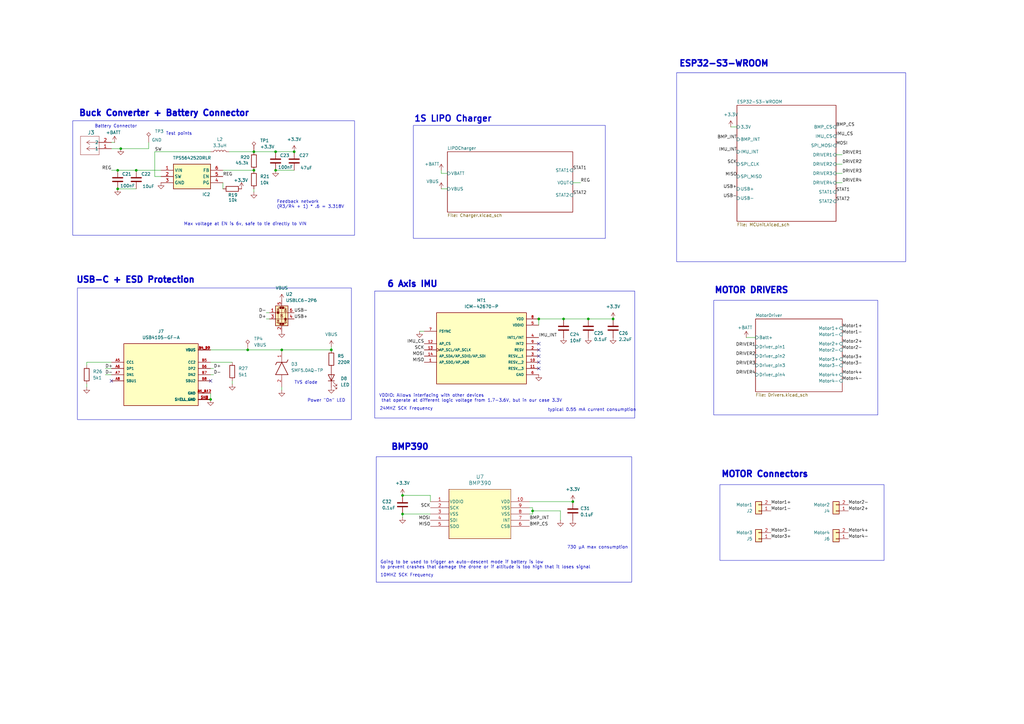
<source format=kicad_sch>
(kicad_sch (version 20250114) (generator "eeschema") (generator_version "9.0")
  (paper "A3")
  (lib_symbols
    (symbol "BMP390_1" (pin_names (offset 0.254))
      (property "Reference" "U" (at 20.32 10.16 0))
      (property "Value" "BMP390" (at 20.32 7.62 0))
      (symbol "BMP390_1_0_1"
        (polyline (pts (xy 7.62 5.08) (xy 7.62 -15.24)) (stroke (width 0.127)))
        (polyline (pts (xy 7.62 -15.24) (xy 33.02 -15.24)) (stroke (width 0.127)))
        (pin power_in line (at 0 0 0) (length 7.62) (name "VDDIO") (number "1"))
        (pin input line (at 0 -2.54 0) (length 7.62) (name "SCK") (number "2"))
        (pin power_out line (at 0 -5.08 0) (length 7.62) (name "VSS") (number "3"))
        (pin bidirectional line (at 0 -7.62 0) (length 7.62) (name "SDI") (number "4"))
        (pin bidirectional line (at 0 -10.16 0) (length 7.62) (name "SDO") (number "5"))
        (pin power_in line (at 40.64 0 180) (length 7.62) (name "VDD") (number "10"))
        (pin power_out line (at 40.64 -2.54 180) (length 7.62) (name "VSS") (number "9"))
        (pin power_out line (at 40.64 -5.08 180) (length 7.62) (name "VSS") (number "8"))
        (pin input line (at 40.64 -7.62 180) (length 7.62) (name "INT") (number "7"))
        (pin input line (at 40.64 -10.16 180) (length 7.62) (name "CSB") (number "6"))
      )
      (symbol "BMP390_1_1_1"
        (rectangle (start 7.62 5.08) (end 33.02 -15.24) (stroke (width 0) (color 132 0 0 1)) (fill (type background)))
      )
    )
    (symbol "Connector:TestPoint_Alt" (pin_numbers (hide yes)) (pin_names (offset 0.762) (hide yes))
      (property "Reference" "TP" (at 0 6.858 0))
      (property "Value" "TestPoint_Alt" (at 0 5.08 0))
      (symbol "TestPoint_Alt_0_1"
        (polyline (pts (xy 0 2.54) (xy -0.762 3.302) (xy 0 4.064) (xy 0.762 3.302) (xy 0 2.54)))
      )
      (symbol "TestPoint_Alt_1_1"
        (pin passive line (at 0 0 90) (length 2.54) (name "1") (number "1"))
      )
    )
    (symbol "Connector_Generic:Conn_01x02" (pin_names (offset 1.016) (hide yes))
      (property "Reference" "J" (at 0 2.54 0))
      (property "Value" "Conn_01x02" (at 0 -5.08 0))
      (symbol "Conn_01x02_1_1"
        (rectangle (start -1.27 1.27) (end 1.27 -3.81) (stroke (width 0.254)) (fill (type background)))
        (rectangle (start -1.27 0.127) (end 0 -0.127) (stroke (width 0.1524)))
        (rectangle (start -1.27 -2.413) (end 0 -2.667) (stroke (width 0.1524)))
        (pin passive line (at -5.08 0 0) (length 3.81) (name "Pin_1") (number "1"))
        (pin passive line (at -5.08 -2.54 0) (length 3.81) (name "Pin_2") (number "2"))
      )
    )
    (symbol "Device:C" (pin_numbers (hide yes)) (pin_names (offset 0.254))
      (property "Reference" "C" (at 0.635 2.54 0))
      (property "Value" "C" (at 0.635 -2.54 0))
      (symbol "C_0_1"
        (polyline (pts (xy -2.032 0.762) (xy 2.032 0.762)) (stroke (width 0.508)))
        (polyline (pts (xy -2.032 -0.762) (xy 2.032 -0.762)) (stroke (width 0.508)))
      )
      (symbol "C_1_1"
        (pin passive line (at 0 3.81 270) (length 2.794) (name "~") (number "1"))
        (pin passive line (at 0 -3.81 90) (length 2.794) (name "~") (number "2"))
      )
    )
    (symbol "Device:L" (pin_numbers (hide yes)) (pin_names (offset 1.016) (hide yes))
      (property "Reference" "L" (at -1.27 0 90))
      (property "Value" "L" (at 1.905 0 90))
      (symbol "L_0_1"
        (arc (start 0 2.54) (mid 0.6323 1.905) (end 0 1.27))
        (arc (start 0 1.27) (mid 0.6323 0.635) (end 0 0))
        (arc (start 0 0) (mid 0.6323 -0.635) (end 0 -1.27))
        (arc (start 0 -1.27) (mid 0.6323 -1.905) (end 0 -2.54))
      )
      (symbol "L_1_1"
        (pin passive line (at 0 3.81 270) (length 1.27) (name "1") (number "1"))
        (pin passive line (at 0 -3.81 90) (length 1.27) (name "2") (number "2"))
      )
    )
    (symbol "Device:LED" (pin_numbers (hide yes)) (pin_names (offset 1.016) (hide yes))
      (property "Reference" "D" (at 0 2.54 0))
      (property "Value" "LED" (at 0 -2.54 0))
      (symbol "LED_0_1"
        (polyline (pts (xy -3.048 -0.762) (xy -4.572 -2.286) (xy -3.81 -2.286) (xy -4.572 -2.286) (xy -4.572 -1.524)))
        (polyline (pts (xy -1.778 -0.762) (xy -3.302 -2.286) (xy -2.54 -2.286) (xy -3.302 -2.286) (xy -3.302 -1.524)))
        (polyline (pts (xy -1.27 0) (xy 1.27 0)))
        (polyline (pts (xy -1.27 -1.27) (xy -1.27 1.27)) (stroke (width 0.254)))
        (polyline (pts (xy 1.27 -1.27) (xy 1.27 1.27) (xy -1.27 0) (xy 1.27 -1.27)) (stroke (width 0.254)))
      )
      (symbol "LED_1_1"
        (pin passive line (at -3.81 0 0) (length 2.54) (name "K") (number "1"))
        (pin passive line (at 3.81 0 180) (length 2.54) (name "A") (number "2"))
      )
    )
    (symbol "Device:R" (pin_numbers (hide yes)) (pin_names (offset 0))
      (property "Reference" "R" (at 2.032 0 90))
      (property "Value" "R" (at 0 0 90))
      (symbol "R_0_1"
        (rectangle (start -1.016 -2.54) (end 1.016 2.54) (stroke (width 0.254)))
      )
      (symbol "R_1_1"
        (pin passive line (at 0 3.81 270) (length 1.27) (name "~") (number "1"))
        (pin passive line (at 0 -3.81 90) (length 1.27) (name "~") (number "2"))
      )
    )
    (symbol "ICM-42670-P_1" (pin_names (offset 1.016))
      (property "Reference" "MT" (at -20.32 13.97 0))
      (property "Value" "ICM-42670-P" (at -20.32 -22.86 0))
      (symbol "ICM-42670-P_1_0_0"
        (rectangle (start -20.32 12.7) (end 16.51 -16.51) (stroke (width 0.254)) (fill (type background)))
        (pin input line (at -25.4 5.08 0) (length 5.08) (name "FSYNC") (number "7"))
        (pin input line (at -25.4 0 0) (length 5.08) (name "AP_CS") (number "12"))
        (pin input clock (at -25.4 -2.54 0) (length 5.08) (name "AP_SCL/AP_SCLK") (number "13"))
        (pin bidirectional line (at -25.4 -5.08 0) (length 5.08) (name "AP_SDA/AP_SDIO/AP_SDI") (number "14"))
        (pin bidirectional line (at -25.4 -7.62 0) (length 5.08) (name "AP_SDO/AP_AD0") (number "1"))
        (pin power_in line (at 21.59 10.16 180) (length 5.08) (name "VDD") (number "8"))
        (pin power_in line (at 21.59 7.62 180) (length 5.08) (name "VDDIO") (number "5"))
        (pin output line (at 21.59 2.54 180) (length 5.08) (name "INT1/INT") (number "4"))
        (pin output line (at 21.59 0 180) (length 5.08) (name "INT2") (number "9"))
        (pin passive line (at 21.59 -2.54 180) (length 5.08) (name "RESV") (number "2"))
        (pin passive line (at 21.59 -5.08 180) (length 5.08) (name "RESV__1") (number "3"))
        (pin passive line (at 21.59 -7.62 180) (length 5.08) (name "RESV__2") (number "10"))
        (pin passive line (at 21.59 -10.16 180) (length 5.08) (name "RESV__3") (number "11"))
        (pin power_in line (at 21.59 -12.7 180) (length 5.08) (name "GND") (number "6"))
      )
    )
    (symbol "Power_Protection:USBLC6-2P6" (pin_names (hide yes))
      (property "Reference" "U" (at 0.635 5.715 0))
      (property "Value" "USBLC6-2P6" (at 0.635 3.81 0))
      (symbol "USBLC6-2P6_0_0"
        (circle (center -1.524 0) (radius 0.0001) (stroke (width 0.508)))
        (circle (center -0.508 2.032) (radius 0.0001) (stroke (width 0.508)))
        (circle (center -0.508 -4.572) (radius 0.0001) (stroke (width 0.508)))
        (circle (center 0.508 2.032) (radius 0.0001) (stroke (width 0.508)))
        (circle (center 0.508 -4.572) (radius 0.0001) (stroke (width 0.508)))
        (circle (center 1.524 -2.54) (radius 0.0001) (stroke (width 0.508)))
      )
      (symbol "USBLC6-2P6_0_1"
        (polyline (pts (xy -2.54 0) (xy 2.54 0)))
        (polyline (pts (xy -2.54 -2.54) (xy 2.54 -2.54)))
        (polyline (pts (xy -2.032 0.508) (xy -1.016 0.508) (xy -1.524 1.524) (xy -2.032 0.508)))
        (polyline (pts (xy -2.032 -3.048) (xy -1.016 -3.048)))
        (polyline (pts (xy -1.016 1.524) (xy -2.032 1.524)))
        (polyline (pts (xy -1.016 -4.064) (xy -2.032 -4.064) (xy -1.524 -3.048) (xy -1.016 -4.064)))
        (polyline (pts (xy -0.508 -1.143) (xy -0.508 -0.762) (xy 0.508 -0.762)))
        (polyline (pts (xy 0 2.54) (xy -0.508 2.032) (xy 0.508 2.032) (xy 0 1.524) (xy 0 -4.064) (xy -0.508 -4.572) (xy 0.508 -4.572) (xy 0 -5.08)))
        (polyline (pts (xy 0.508 -1.778) (xy -0.508 -1.778) (xy 0 -0.762) (xy 0.508 -1.778)))
        (polyline (pts (xy 1.016 1.524) (xy 2.032 1.524)))
        (polyline (pts (xy 1.016 -3.048) (xy 2.032 -3.048)))
        (polyline (pts (xy 2.032 0.508) (xy 1.016 0.508) (xy 1.524 1.524) (xy 2.032 0.508)))
        (polyline (pts (xy 2.032 -4.064) (xy 1.016 -4.064) (xy 1.524 -3.048) (xy 2.032 -4.064)))
      )
      (symbol "USBLC6-2P6_1_1"
        (rectangle (start -2.54 2.794) (end 2.54 -5.334) (stroke (width 0.254)) (fill (type background)))
        (polyline (pts (xy -0.508 2.032) (xy -1.524 2.032) (xy -1.524 -4.572) (xy -0.508 -4.572)))
        (polyline (pts (xy 0.508 -4.572) (xy 1.524 -4.572) (xy 1.524 2.032) (xy 0.508 2.032)))
        (pin passive line (at -5.08 0 0) (length 2.54) (name "I/O1") (number "1"))
        (pin passive line (at -5.08 -2.54 0) (length 2.54) (name "I/O2") (number "3"))
        (pin passive line (at 0 5.08 270) (length 2.54) (name "VBUS") (number "5"))
        (pin passive line (at 0 -7.62 90) (length 2.54) (name "GND") (number "2"))
        (pin passive line (at 5.08 0 180) (length 2.54) (name "I/O1") (number "6"))
        (pin passive line (at 5.08 -2.54 180) (length 2.54) (name "I/O2") (number "4"))
      )
    )
    (symbol "SMF5_0AQ-TP:SMF5.0AQ-TP" (pin_names (hide yes))
      (property "Reference" "D" (at 10.16 8.89 0))
      (property "Value" "SMF5.0AQ-TP" (at 10.16 6.35 0))
      (symbol "SMF5.0AQ-TP_1_1"
        (polyline (pts (xy 4.064 2.54) (xy 5.08 2.032)) (stroke (width 0.254)))
        (polyline (pts (xy 5.08 0) (xy 10.16 2.54)) (stroke (width 0.254)))
        (polyline (pts (xy 5.08 -2.032) (xy 5.08 2.032)) (stroke (width 0.254)))
        (polyline (pts (xy 5.08 -2.032) (xy 6.096 -2.54)) (stroke (width 0.254)))
        (polyline (pts (xy 10.16 -2.54) (xy 5.08 0)) (stroke (width 0.254)))
        (polyline (pts (xy 10.16 -2.54) (xy 10.16 2.54)) (stroke (width 0.254)))
        (pin passive line (at 0 0 0) (length 5.08) (name "K") (number "1"))
        (pin passive line (at 15.24 0 180) (length 5.08) (name "A") (number "2"))
      )
    )
    (symbol "TPS564252DRLR:TPS564252DRLR"
      (property "Reference" "IC" (at 21.59 7.62 0))
      (property "Value" "TPS564252DRLR" (at 21.59 5.08 0))
      (symbol "TPS564252DRLR_1_1"
        (rectangle (start 5.08 2.54) (end 20.32 -7.62) (stroke (width 0.254)) (fill (type background)))
        (pin passive line (at 0 0 0) (length 5.08) (name "VIN") (number "1"))
        (pin passive line (at 0 -2.54 0) (length 5.08) (name "SW") (number "2"))
        (pin passive line (at 0 -5.08 0) (length 5.08) (name "GND") (number "3"))
        (pin passive line (at 25.4 0 180) (length 5.08) (name "FB") (number "6"))
        (pin passive line (at 25.4 -2.54 180) (length 5.08) (name "EN") (number "5"))
        (pin passive line (at 25.4 -5.08 180) (length 5.08) (name "PG") (number "4"))
      )
    )
    (symbol "USB4105-GF-A:USB4105-GF-A" (pin_names (offset 1.016))
      (property "Reference" "J" (at -15.24 13.97 0))
      (property "Value" "USB4105-GF-A" (at -15.24 -15.24 0))
      (symbol "USB4105-GF-A_0_0"
        (rectangle (start -15.24 -12.7) (end 15.24 12.7) (stroke (width 0.254)) (fill (type background)))
        (pin bidirectional line (at -20.32 5.08 0) (length 5.08) (name "CC1") (number "A5"))
        (pin bidirectional line (at -20.32 2.54 0) (length 5.08) (name "DP1") (number "A6"))
        (pin bidirectional line (at -20.32 0 0) (length 5.08) (name "DN1") (number "A7"))
        (pin bidirectional line (at -20.32 -2.54 0) (length 5.08) (name "SBU1") (number "A8"))
        (pin power_in line (at 20.32 10.16 180) (length 5.08) (name "VBUS") (number "A4_B9"))
        (pin power_in line (at 20.32 10.16 180) (length 5.08) (name "VBUS") (number "B4_A9"))
        (pin bidirectional line (at 20.32 5.08 180) (length 5.08) (name "CC2") (number "B5"))
        (pin bidirectional line (at 20.32 2.54 180) (length 5.08) (name "DP2") (number "B6"))
        (pin bidirectional line (at 20.32 0 180) (length 5.08) (name "DN2") (number "B7"))
        (pin bidirectional line (at 20.32 -2.54 180) (length 5.08) (name "SBU2") (number "B8"))
        (pin power_in line (at 20.32 -7.62 180) (length 5.08) (name "GND") (number "A1_B12"))
        (pin power_in line (at 20.32 -7.62 180) (length 5.08) (name "GND") (number "B1_A12"))
        (pin power_in line (at 20.32 -10.16 180) (length 5.08) (name "SHELL_GND") (number "SH1"))
        (pin power_in line (at 20.32 -10.16 180) (length 5.08) (name "SHELL_GND") (number "SH2"))
        (pin power_in line (at 20.32 -10.16 180) (length 5.08) (name "SHELL_GND") (number "SH3"))
        (pin power_in line (at 20.32 -10.16 180) (length 5.08) (name "SHELL_GND") (number "SH4"))
      )
    )
    (symbol "battCOnnector:S2B-PH-K-SLFSN" (pin_names (offset 0.254))
      (property "Reference" "J" (at 8.89 6.35 0))
      (property "Value" "S2B-PH-K-SLFSN" (at 0 0 0))
      (symbol "S2B-PH-K-SLFSN_1_1"
        (polyline (pts (xy 5.08 2.54) (xy 5.08 -5.08)) (stroke (width 0.127)))
        (polyline (pts (xy 5.08 -5.08) (xy 12.7 -5.08)) (stroke (width 0.127)))
        (polyline (pts (xy 10.16 0) (xy 5.08 0)) (stroke (width 0.127)))
        (polyline (pts (xy 10.16 0) (xy 8.89 0.8467)) (stroke (width 0.127)))
        (polyline (pts (xy 10.16 0) (xy 8.89 -0.8467)) (stroke (width 0.127)))
        (polyline (pts (xy 10.16 -2.54) (xy 5.08 -2.54)) (stroke (width 0.127)))
        (polyline (pts (xy 10.16 -2.54) (xy 8.89 -1.6933)) (stroke (width 0.127)))
        (polyline (pts (xy 10.16 -2.54) (xy 8.89 -3.3867)) (stroke (width 0.127)))
        (polyline (pts (xy 12.7 2.54) (xy 5.08 2.54)) (stroke (width 0.127)))
        (polyline (pts (xy 12.7 -5.08) (xy 12.7 2.54)) (stroke (width 0.127)))
        (pin unspecified line (at 0 0 0) (length 5.08) (name "1") (number "1"))
        (pin unspecified line (at 0 -2.54 0) (length 5.08) (name "2") (number "2"))
      )
      (symbol "S2B-PH-K-SLFSN_1_2"
        (polyline (pts (xy 5.08 2.54) (xy 5.08 -5.08)) (stroke (width 0.127)))
        (polyline (pts (xy 5.08 -5.08) (xy 12.7 -5.08)) (stroke (width 0.127)))
        (polyline (pts (xy 7.62 0) (xy 5.08 0)) (stroke (width 0.127)))
        (polyline (pts (xy 7.62 0) (xy 8.89 0.8467)) (stroke (width 0.127)))
        (polyline (pts (xy 7.62 0) (xy 8.89 -0.8467)) (stroke (width 0.127)))
        (polyline (pts (xy 7.62 -2.54) (xy 5.08 -2.54)) (stroke (width 0.127)))
        (polyline (pts (xy 7.62 -2.54) (xy 8.89 -1.6933)) (stroke (width 0.127)))
        (polyline (pts (xy 7.62 -2.54) (xy 8.89 -3.3867)) (stroke (width 0.127)))
        (polyline (pts (xy 12.7 2.54) (xy 5.08 2.54)) (stroke (width 0.127)))
        (polyline (pts (xy 12.7 -5.08) (xy 12.7 2.54)) (stroke (width 0.127)))
        (pin unspecified line (at 0 0 0) (length 5.08) (name "1") (number "1"))
        (pin unspecified line (at 0 -2.54 0) (length 5.08) (name "2") (number "2"))
      )
    )
    (symbol "power:+3.3V" (power) (pin_numbers (hide yes)) (pin_names (offset 0) (hide yes))
      (property "Value" "+3.3V" (at 0 3.556 0))
      (symbol "+3.3V_0_1"
        (polyline (pts (xy -0.762 1.27) (xy 0 2.54)))
        (polyline (pts (xy 0 2.54) (xy 0.762 1.27)))
        (polyline (pts (xy 0 0) (xy 0 2.54)))
      )
      (symbol "+3.3V_1_1"
        (pin power_in line (at 0 0 90) (length 0) (name "~") (number "1"))
      )
    )
    (symbol "power:+BATT" (power) (pin_numbers (hide yes)) (pin_names (offset 0) (hide yes))
      (property "Value" "+BATT" (at 0 3.556 0))
      (symbol "+BATT_0_1"
        (polyline (pts (xy -0.762 1.27) (xy 0 2.54)))
        (polyline (pts (xy 0 2.54) (xy 0.762 1.27)))
        (polyline (pts (xy 0 0) (xy 0 2.54)))
      )
      (symbol "+BATT_1_1"
        (pin power_in line (at 0 0 90) (length 0) (name "~") (number "1"))
      )
    )
    (symbol "power:GND" (power) (pin_numbers (hide yes)) (pin_names (offset 0) (hide yes))
      (property "Value" "GND" (at 0 -3.81 0))
      (symbol "GND_0_1"
        (polyline (pts (xy 0 0) (xy 0 -1.27) (xy 1.27 -1.27) (xy 0 -2.54) (xy -1.27 -1.27) (xy 0 -1.27)))
      )
      (symbol "GND_1_1"
        (pin power_in line (at 0 0 270) (length 0) (name "~") (number "1"))
      )
    )
    (symbol "power:VBUS" (power) (pin_numbers (hide yes)) (pin_names (offset 0) (hide yes))
      (property "Value" "VBUS" (at 0 3.556 0))
      (symbol "VBUS_0_1"
        (polyline (pts (xy -0.762 1.27) (xy 0 2.54)))
        (polyline (pts (xy 0 2.54) (xy 0.762 1.27)))
        (polyline (pts (xy 0 0) (xy 0 2.54)))
      )
      (symbol "VBUS_1_1"
        (pin power_in line (at 0 0 90) (length 0) (name "~") (number "1"))
      )
    )
  )
  (rectangle (start 169.545 51.435) (end 248.285 97.79))
  (rectangle (start 295.275 198.755) (end 362.585 229.87))
  (rectangle (start 29.845 49.53) (end 145.415 96.52))
  (rectangle (start 277.495 29.845) (end 371.475 107.315))
  (rectangle (start 292.735 123.19) (end 360.045 170.18))
  (rectangle (start 31.75 118.11) (end 144.145 172.085))
  (rectangle (start 153.67 119.38) (end 260.35 171.45))
  (rectangle (start 154.305 187.325) (end 259.08 238.76))
  (text "VDDIO: Allows interfacing with other devices\n that operate at different logic voltage from 1.7-3.6V, but in our case 3.3V\n" (at 155.448 163.322 0) (effects (font (size 1.27 1.27)) (justify left)))
  (text "Going to be used to trigger an auto-descent mode if battery is low\nto prevent crashes that damage the drone or if altitude is too high that it loses signal" (at 155.956 231.648 0) (effects (font (size 1.27 1.27)) (justify left)))
  (text "Power \"On\" LED\n" (at 133.858 164.338 0) (effects (font (size 1.27 1.27))))
  (text "MOTOR DRIVERS\n" (at 308.229 119.126 0) (effects (font (size 2.5 2.5) (thickness 0.6) (bold yes))))
  (text "6 Axis IMU" (at 169.164 116.586 0) (effects (font (size 2.5 2.5) (thickness 0.6) (bold yes))))
  (text "BMP390\n" (at 168.148 183.388 0) (effects (font (size 2.5 2.5) (thickness 0.6) (bold yes))))
  (text "Buck Converter + Battery Connector\n" (at 67.31 46.482 0) (effects (font (size 2.5 2.5) (thickness 0.6) (bold yes))))
  (text "Battery Connector\n" (at 47.498 51.816 0) (effects (font (size 1.27 1.27))))
  (text "Test points\n" (at 73.406 54.864 0) (effects (font (size 1.27 1.27))))
  (text "TVS diode\n" (at 125.476 156.972 0) (effects (font (size 1.27 1.27))))
  (text "USB-C + ESD Protection\n\n\n" (at 55.626 118.872 0) (effects (font (size 2.5 2.5) (thickness 0.6) (bold yes))))
  (text "typical 0.55 mA current consumption\n" (at 242.824 168.148 0) (effects (font (size 1.27 1.27))))
  (text "MOTOR Connectors\n" (at 313.69 194.564 0) (effects (font (size 2.5 2.5) (thickness 0.6) (bold yes))))
  (text "730 µA max consumption" (at 245.11 224.536 0) (effects (font (size 1.27 1.27))))
  (text "1S LIPO Charger\n" (at 185.801 48.768 0) (effects (font (size 2.5 2.5) (thickness 0.5) (bold yes))))
  (text "ESP32-S3-WROOM\n" (at 296.926 26.162 0) (effects (font (size 2.5 2.5) (thickness 0.6) (bold yes))))
  (text "24MHZ SCK Frequency \n" (at 167.132 167.64 0) (effects (font (size 1.27 1.27))))
  (text "10MHZ SCK Frequency \n" (at 167.386 235.966 0) (effects (font (size 1.27 1.27))))
  (text "Feedback network \n(R3/R4 + 1) * .6 = 3.318V " (at 113.538 83.82 0) (effects (font (size 1.27 1.27)) (justify left)))
  (text "Max voltage at EN is 6v, safe to tie directly to VIN\n" (at 100.584 91.948 0) (effects (font (size 1.27 1.27))))
  (junction (at 135.89 143.51))
  (junction (at 218.44 209.55))
  (junction (at 251.46 130.81))
  (junction (at 220.98 130.81))
  (junction (at 231.14 130.81))
  (junction (at 48.26 69.85))
  (junction (at 115.57 143.51))
  (junction (at 234.95 205.74))
  (junction (at 49.53 60.96))
  (junction (at 120.65 62.23))
  (junction (at 48.26 77.47))
  (junction (at 101.6 143.51))
  (junction (at 104.14 62.23))
  (junction (at 241.3 130.81))
  (junction (at 113.03 62.23))
  (junction (at 165.1 203.2))
  (junction (at 55.88 69.85))
  (junction (at 165.1 210.82))
  (junction (at 86.36 163.83))
  (junction (at 113.03 69.85))
  (junction (at 104.14 69.85))
  (no_connect (at 220.98 143.51))
  (no_connect (at 86.36 156.21))
  (no_connect (at 45.72 156.21))
  (no_connect (at 220.98 151.13))
  (no_connect (at 220.98 140.97))
  (no_connect (at 220.98 146.05))
  (no_connect (at 220.98 148.59))
  (wire (pts (xy 93.98 62.23) (xy 104.14 62.23)))
  (wire (pts (xy 115.57 158.75) (xy 115.57 160.02)))
  (wire (pts (xy 220.98 130.81) (xy 220.98 133.35)))
  (wire (pts (xy 66.04 72.39) (xy 63.5 72.39)))
  (wire (pts (xy 218.44 209.55) (xy 218.44 210.82)))
  (wire (pts (xy 172.085 135.89) (xy 173.99 135.89)))
  (wire (pts (xy 45.72 69.85) (xy 48.26 69.85)))
  (wire (pts (xy 299.72 52.07) (xy 302.26 52.07)))
  (wire (pts (xy 91.44 77.47) (xy 91.44 74.93)))
  (wire (pts (xy 229.87 213.36) (xy 229.87 209.55)))
  (wire (pts (xy 218.44 209.55) (xy 229.87 209.55)))
  (wire (pts (xy 35.56 148.59) (xy 45.72 148.59)))
  (wire (pts (xy 231.14 130.81) (xy 241.3 130.81)))
  (wire (pts (xy 241.3 130.81) (xy 251.46 130.81)))
  (wire (pts (xy 165.1 210.82) (xy 165.1 212.09)))
  (wire (pts (xy 180.975 77.47) (xy 183.515 77.47)))
  (wire (pts (xy 104.14 62.23) (xy 113.03 62.23)))
  (wire (pts (xy 46.99 58.42) (xy 45.72 58.42)))
  (wire (pts (xy 63.5 62.23) (xy 86.36 62.23)))
  (wire (pts (xy 55.88 69.85) (xy 66.04 69.85)))
  (wire (pts (xy 113.03 62.23) (xy 120.65 62.23)))
  (wire (pts (xy 165.1 203.2) (xy 176.53 203.2)))
  (wire (pts (xy 63.5 72.39) (xy 63.5 62.23)))
  (wire (pts (xy 86.36 148.59) (xy 95.25 148.59)))
  (wire (pts (xy 306.07 138.43) (xy 309.88 138.43)))
  (wire (pts (xy 101.6 143.51) (xy 115.57 143.51)))
  (wire (pts (xy 345.44 74.93) (xy 342.9 74.93)))
  (wire (pts (xy 87.63 153.67) (xy 86.36 153.67)))
  (wire (pts (xy 43.18 151.13) (xy 45.72 151.13)))
  (wire (pts (xy 109.22 130.81) (xy 110.49 130.81)))
  (wire (pts (xy 180.975 71.12) (xy 183.515 71.12)))
  (wire (pts (xy 345.44 67.31) (xy 342.9 67.31)))
  (wire (pts (xy 135.89 142.24) (xy 135.89 143.51)))
  (wire (pts (xy 176.53 203.2) (xy 176.53 205.74)))
  (wire (pts (xy 217.17 210.82) (xy 218.44 210.82)))
  (wire (pts (xy 86.36 161.29) (xy 86.36 163.83)))
  (wire (pts (xy 86.36 143.51) (xy 101.6 143.51)))
  (wire (pts (xy 43.18 153.67) (xy 45.72 153.67)))
  (wire (pts (xy 217.17 208.28) (xy 218.44 208.28)))
  (wire (pts (xy 35.56 157.48) (xy 35.56 158.75)))
  (wire (pts (xy 48.26 69.85) (xy 55.88 69.85)))
  (wire (pts (xy 48.26 77.47) (xy 55.88 77.47)))
  (wire (pts (xy 345.44 71.12) (xy 342.9 71.12)))
  (wire (pts (xy 109.22 128.27) (xy 110.49 128.27)))
  (wire (pts (xy 218.44 208.28) (xy 218.44 209.55)))
  (wire (pts (xy 180.975 69.85) (xy 180.975 71.12)))
  (wire (pts (xy 234.95 74.93) (xy 238.125 74.93)))
  (wire (pts (xy 217.17 205.74) (xy 234.95 205.74)))
  (wire (pts (xy 91.44 69.85) (xy 104.14 69.85)))
  (wire (pts (xy 104.14 77.47) (xy 104.14 78.74)))
  (wire (pts (xy 115.57 143.51) (xy 135.89 143.51)))
  (wire (pts (xy 220.98 130.81) (xy 231.14 130.81)))
  (wire (pts (xy 60.96 58.42) (xy 60.96 60.96)))
  (wire (pts (xy 113.03 69.85) (xy 120.65 69.85)))
  (wire (pts (xy 49.53 60.96) (xy 45.72 60.96)))
  (wire (pts (xy 35.56 149.86) (xy 35.56 148.59)))
  (wire (pts (xy 60.96 60.96) (xy 49.53 60.96)))
  (wire (pts (xy 95.25 156.21) (xy 95.25 157.48)))
  (wire (pts (xy 87.63 151.13) (xy 86.36 151.13)))
  (wire (pts (xy 165.1 210.82) (xy 176.53 210.82)))
  (wire (pts (xy 345.44 63.5) (xy 342.9 63.5)))
  (label "Motor4-" (at 347.98 220.98 0))
  (label "DRIVER1" (at 345.44 63.5 0))
  (label "D-" (at 87.63 153.67 0))
  (label "Motor1+" (at 316.23 207.01 0))
  (label "Motor1-" (at 345.44 137.16 0))
  (label "DRIVER2" (at 309.88 146.05 180))
  (label "DRIVER3" (at 345.44 71.12 0))
  (label "IMU_CS" (at 342.9 55.88 0))
  (label "STAT2" (at 342.9 82.55 0))
  (label "Motor3-" (at 316.23 218.44 0))
  (label "DRIVER3" (at 309.88 149.86 180))
  (label "Motor2+" (at 347.98 209.55 0))
  (label "Motor4+" (at 347.98 218.44 0))
  (label "USB-" (at 120.65 128.27 0))
  (label "MISO" (at 302.26 72.39 180))
  (label "Motor2-" (at 345.44 143.51 0))
  (label "STAT1" (at 234.95 69.85 0))
  (label "SCK" (at 176.53 208.28 180))
  (label "REG" (at 91.44 72.39 0))
  (label "DRIVER4" (at 309.88 153.67 180))
  (label "SCK" (at 302.26 67.31 180))
  (label "MOSI" (at 342.9 59.69 0))
  (label "MOSI" (at 176.53 213.36 180))
  (label "DRIVER1" (at 309.88 142.24 180))
  (label "USB+" (at 302.26 77.47 180))
  (label "SCK" (at 173.99 143.51 180))
  (label "Motor3+" (at 316.23 220.98 0))
  (label "DRIVER2" (at 345.44 67.31 0))
  (label "D+" (at 87.63 151.13 0))
  (label "D-" (at 109.22 128.27 180))
  (label "Motor3-" (at 345.44 149.86 0))
  (label "Motor2-" (at 347.98 207.01 0))
  (label "USB+" (at 120.65 130.81 0))
  (label "REG" (at 45.72 69.85 180))
  (label "Motor2+" (at 345.44 140.97 0))
  (label "Motor1-" (at 316.23 209.55 0))
  (label "MOSI" (at 173.99 146.05 180))
  (label "Motor1+" (at 345.44 134.62 0))
  (label "IMU_INT" (at 220.98 138.43 0))
  (label "REG" (at 238.125 74.93 0))
  (label "BMP_CS" (at 217.17 215.9 0))
  (label "BMP_INT" (at 217.17 213.36 0))
  (label "STAT1" (at 342.9 78.74 0))
  (label "MISO" (at 173.99 148.59 180))
  (label "BMP_INT" (at 302.26 57.15 180))
  (label "BMP_CS" (at 342.9 52.07 0))
  (label "Motor3+" (at 345.44 147.32 0))
  (label "Motor4-" (at 345.44 156.21 0))
  (label "D-" (at 43.18 153.67 0))
  (label "DRIVER4" (at 345.44 74.93 0))
  (label "D+" (at 43.18 151.13 0))
  (label "MISO" (at 176.53 215.9 180))
  (label "IMU_INT" (at 302.26 62.23 180))
  (label "D+" (at 109.22 130.81 180))
  (label "Motor4+" (at 345.44 153.67 0))
  (label "USB-" (at 302.26 81.28 180))
  (label "SW" (at 63.5 62.23 0))
  (label "STAT2" (at 234.95 80.01 0))
  (label "IMU_CS" (at 173.99 140.97 180))
  (symbol (lib_id "Device:C") (at 241.3 134.62 0) (unit 1)
    (property "Reference" "C25" (at 243.586 136.652 0) (effects (justify left)))
    (property "Value" "0.1uF" (at 243.586 139.192 0) (effects (justify left)))
    (property "Footprint" "Capacitor_SMD:C_0201_0603Metric" (effects (hide yes)))
    (property "Description" "Unpolarized capacitor" (effects (hide yes)))
  )
  (symbol (lib_id "Device:C") (at 113.03 66.04 0) (unit 1)
    (property "Reference" "C23" (at 114.808 63.754 0) (effects (justify left)))
    (property "Value" "100nF" (at 114.046 68.58 0) (effects (justify left)))
    (property "Footprint" "Capacitor_SMD:C_0201_0603Metric" (effects (hide yes)))
    (property "Description" "Unpolarized capacitor" (effects (hide yes)))
  )
  (symbol (lib_id "power:GND") (at 220.98 153.67 0) (unit 1)
    (property "Reference" "#PWR046" (effects (hide yes)))
    (property "Value" "GND" (effects (hide yes)))
    (property "Description" "Power symbol creates a global label with name \"GND\" , ground" (effects (hide yes)))
  )
  (symbol (lib_id "Device:C") (at 48.26 73.66 0) (unit 1)
    (property "Reference" "C21" (at 50.038 71.374 0) (effects (justify left)))
    (property "Value" "100nF" (at 49.276 76.2 0) (effects (justify left)))
    (property "Footprint" "Capacitor_SMD:C_0201_0603Metric" (effects (hide yes)))
    (property "Description" "Unpolarized capacitor" (effects (hide yes)))
  )
  (symbol (lib_id "power:GND") (at 251.46 138.43 0) (unit 1)
    (property "Reference" "#PWR049" (effects (hide yes)))
    (property "Value" "GND" (effects (hide yes)))
    (property "Description" "Power symbol creates a global label with name \"GND\" , ground" (effects (hide yes)))
  )
  (symbol (lib_id "power:VBUS") (at 180.975 77.47 0) (unit 1)
    (property "Reference" "#PWR030" (effects (hide yes)))
    (property "Value" "VBUS" (at 177.419 74.422 0))
    (property "Description" "Power symbol creates a global label with name \"VBUS\"" (effects (hide yes)))
  )
  (symbol (lib_id "power:GND") (at 229.87 213.36 0) (unit 1)
    (property "Reference" "#PWR050" (effects (hide yes)))
    (property "Value" "GND" (effects (hide yes)))
    (property "Description" "Power symbol creates a global label with name \"GND\" , ground" (effects (hide yes)))
  )
  (symbol (lib_id "TPS564252DRLR:TPS564252DRLR") (at 66.04 69.85 0) (unit 1)
    (property "Reference" "IC2" (at 84.582 79.756 0))
    (property "Value" "TPS564252DRLR" (at 78.74 64.77 0))
    (property "Footprint" "TPS564252DRLR:SOT50P160X60-6N" (effects (hide yes)))
    (property "Datasheet" "https://www.ti.com/lit/ds/symlink/tps564255.pdf?ts=1704808051474&ref_url=https%253A%252F%252Fwww.mouser.in%252F" (effects (hide yes)))
    (property "Description" "Switching Voltage Regulators 3-V to 17-V input voltage, 4-A ECO mode, synchronous buck converter" (effects (hide yes)))
    (property "Height" "0.6" (effects (hide yes)))
    (property "Manufacturer_Name" "Texas Instruments" (effects (hide yes)))
    (property "Manufacturer_Part_Number" "TPS564252DRLR" (effects (hide yes)))
    (property "Mouser Part Number" "595-TPS564252DRLR" (effects (hide yes)))
    (property "Mouser Price/Stock" "https://www.mouser.co.uk/ProductDetail/Texas-Instruments/TPS564252DRLR?qs=ulEaXIWI0c9yWg3TExkH1g%3D%3D" (effects (hide yes)))
  )
  (symbol (lib_id "Connector_Generic:Conn_01x02") (at 342.9 220.98 180) (unit 1)
    (property "Reference" "J6" (at 340.36 220.9801 0) (effects (justify left)))
    (property "Value" "Motor4" (at 340.36 218.4401 0) (effects (justify left)))
    (property "Footprint" "Connector_Molex:Molex_CLIK-Mate_502382-0270_1x02-1MP_P1.25mm_Vertical" (effects (hide yes)))
    (property "Description" "Generic connector, single row, 01x02, script generated (kicad-library-utils/schlib/autogen/connector/)" (effects (hide yes)))
  )
  (symbol (lib_id "Device:C") (at 251.46 134.62 0) (unit 1)
    (property "Reference" "C26" (at 253.746 136.652 0) (effects (justify left)))
    (property "Value" "2.2uF" (at 253.746 139.192 0) (effects (justify left)))
    (property "Footprint" "Capacitor_SMD:C_0201_0603Metric" (effects (hide yes)))
    (property "Description" "Unpolarized capacitor" (effects (hide yes)))
  )
  (symbol (lib_id "power:+BATT") (at 306.07 138.43 0) (unit 1)
    (property "Reference" "#PWR018" (effects (hide yes)))
    (property "Value" "+BATT" (at 305.562 134.366 0))
    (property "Description" "Power symbol creates a global label with name \"+BATT\"" (effects (hide yes)))
  )
  (symbol (lib_id "Device:R") (at 95.25 77.47 90) (unit 1)
    (property "Reference" "R19" (at 95.504 80.01 90))
    (property "Value" "10k" (at 95.504 82.042 90))
    (property "Footprint" "Resistor_SMD:R_0201_0603Metric" (effects (hide yes)))
    (property "Description" "Resistor" (effects (hide yes)))
  )
  (symbol (lib_id "Device:LED") (at 135.89 154.94 90) (unit 1)
    (property "Reference" "D8" (at 139.7 155.2574 90) (effects (justify right)))
    (property "Value" "LED" (at 139.7 157.7974 90) (effects (justify right)))
    (property "Footprint" "LED_SMD:LED_0603_1608Metric" (effects (hide yes)))
    (property "Description" "Light emitting diode" (effects (hide yes)))
    (property "Sim.Pins" "1=K 2=A" (effects (hide yes)))
  )
  (symbol (lib_id "power:GND") (at 66.04 74.93 0) (unit 1)
    (property "Reference" "#PWR052" (effects (hide yes)))
    (property "Value" "GND" (effects (hide yes)))
    (property "Description" "Power symbol creates a global label with name \"GND\" , ground" (effects (hide yes)))
  )
  (symbol (lib_id "power:GND") (at 104.14 78.74 0) (unit 1)
    (property "Reference" "#PWR054" (effects (hide yes)))
    (property "Value" "GND" (effects (hide yes)))
    (property "Description" "Power symbol creates a global label with name \"GND\" , ground" (effects (hide yes)))
  )
  (symbol (lib_id "power:+3.3V") (at 99.06 77.47 0) (unit 1)
    (property "Reference" "#PWR053" (effects (hide yes)))
    (property "Value" "+3.3V" (at 98.806 73.914 0))
    (property "Description" "Power symbol creates a global label with name \"+3.3V\"" (effects (hide yes)))
  )
  (symbol (lib_id "Device:C") (at 231.14 134.62 0) (unit 1)
    (property "Reference" "C24" (at 233.68 137.16 0) (effects (justify left)))
    (property "Value" "10nF" (at 233.68 139.7 0) (effects (justify left)))
    (property "Footprint" "Capacitor_SMD:C_0201_0603Metric" (effects (hide yes)))
    (property "Description" "Unpolarized capacitor" (effects (hide yes)))
  )
  (symbol (lib_id "power:GND") (at 135.89 158.75 0) (unit 1)
    (property "Reference" "#PWR066" (effects (hide yes)))
    (property "Value" "GND" (effects (hide yes)))
    (property "Description" "Power symbol creates a global label with name \"GND\" , ground" (effects (hide yes)))
  )
  (symbol (lib_id "Device:R") (at 95.25 152.4 0) (unit 1)
    (property "Reference" "R27" (at 97.79 151.1299 0) (effects (justify left)))
    (property "Value" "5k1" (at 97.79 153.6699 0) (effects (justify left)))
    (property "Footprint" "Resistor_SMD:R_0201_0603Metric" (effects (hide yes)))
    (property "Description" "Resistor" (effects (hide yes)))
  )
  (symbol (lib_id "power:GND") (at 115.57 135.89 0) (unit 1)
    (property "Reference" "#PWR019" (effects (hide yes)))
    (property "Value" "GND" (effects (hide yes)))
    (property "Description" "Power symbol creates a global label with name \"GND\" , ground" (effects (hide yes)))
  )
  (symbol (lib_id "power:GND") (at 241.3 138.43 0) (unit 1)
    (property "Reference" "#PWR048" (effects (hide yes)))
    (property "Value" "GND" (effects (hide yes)))
    (property "Description" "Power symbol creates a global label with name \"GND\" , ground" (effects (hide yes)))
  )
  (symbol (lib_id "power:GND") (at 113.03 69.85 0) (unit 1)
    (property "Reference" "#PWR055" (effects (hide yes)))
    (property "Value" "GND" (effects (hide yes)))
    (property "Description" "Power symbol creates a global label with name \"GND\" , ground" (effects (hide yes)))
  )
  (symbol (lib_id "power:GND") (at 231.14 138.43 0) (unit 1)
    (property "Reference" "#PWR047" (effects (hide yes)))
    (property "Value" "GND" (effects (hide yes)))
    (property "Description" "Power symbol creates a global label with name \"GND\" , ground" (effects (hide yes)))
  )
  (symbol (lib_id "Device:C") (at 234.95 209.55 0) (unit 1)
    (property "Reference" "C31" (at 237.998 208.534 0) (effects (justify left)))
    (property "Value" "0.1uF" (at 237.998 211.074 0) (effects (justify left)))
    (property "Footprint" "Capacitor_SMD:C_0201_0603Metric" (effects (hide yes)))
    (property "Description" "Unpolarized capacitor" (effects (hide yes)))
  )
  (symbol (lib_id "power:+3.3V") (at 251.46 130.81 0) (unit 1)
    (property "Reference" "#PWR042" (effects (hide yes)))
    (property "Value" "+3.3V" (at 251.46 125.73 0))
    (property "Description" "Power symbol creates a global label with name \"+3.3V\"" (effects (hide yes)))
  )
  (symbol (lib_id "Power_Protection:USBLC6-2P6") (at 115.57 128.27 0) (unit 1)
    (property "Reference" "U2" (at 117.2211 120.65 0) (effects (justify left)))
    (property "Value" "USBLC6-2P6" (at 117.2211 123.19 0) (effects (justify left)))
    (property "Footprint" "Package_TO_SOT_SMD:SOT-666" (effects (hide yes)))
    (property "Datasheet" "https://www.st.com/resource/en/datasheet/usblc6-2.pdf" (effects (hide yes)))
    (property "Description" "Very low capacitance ESD protection diode, 2 data-line, SOT-666" (effects (hide yes)))
  )
  (symbol (lib_id "Connector:TestPoint_Alt") (at 60.96 58.42 0) (unit 1)
    (property "Reference" "TP3" (at 63.5 53.8479 0) (effects (justify left)))
    (property "Value" "GND" (at 62.23 57.404 0) (effects (justify left)))
    (property "Footprint" "TestPoint:TestPoint_Loop_D1.80mm_Drill1.0mm_Beaded" (effects (hide yes)))
    (property "Description" "test point (alternative shape)" (effects (hide yes)))
  )
  (symbol (lib_name "ICM-42670-P_1") (lib_id "ICM-42670-P:ICM-42670-P") (at 199.39 140.97 0) (unit 1)
    (property "Reference" "MT1" (at 197.485 123.19 0))
    (property "Value" "ICM-42670-P" (at 197.485 125.73 0))
    (property "Footprint" "ICM_42670_P:XDCR_ICM-42670-P" (effects (hide yes)))
    (property "PARTREV" "1.1" (effects (hide yes)))
    (property "STANDARD" "Manufacturer Recommendations" (effects (hide yes)))
    (property "MAXIMUM_PACKAGE_HEIGHT" "0.81 mm" (effects (hide yes)))
    (property "MANUFACTURER" "TDK InvenSense" (effects (hide yes)))
  )
  (symbol (lib_id "Device:R") (at 104.14 73.66 0) (unit 1)
    (property "Reference" "R21" (at 106.68 72.3899 0) (effects (justify left)))
    (property "Value" "10k" (at 106.68 74.9299 0) (effects (justify left)))
    (property "Footprint" "Resistor_SMD:R_0201_0603Metric" (effects (hide yes)))
    (property "Description" "Resistor" (effects (hide yes)))
  )
  (symbol (lib_id "Device:R") (at 104.14 66.04 0) (unit 1)
    (property "Reference" "R20" (at 98.552 64.516 0) (effects (justify left)))
    (property "Value" "45.3k" (at 96.52 66.802 0) (effects (justify left)))
    (property "Footprint" "Resistor_SMD:R_0201_0603Metric" (effects (hide yes)))
    (property "Description" "Resistor" (effects (hide yes)))
  )
  (symbol (lib_id "SMF5_0AQ-TP:SMF5.0AQ-TP") (at 115.57 143.51 270) (unit 1)
    (property "Reference" "D3" (at 119.38 149.3519 90) (effects (justify left)))
    (property "Value" "SMF5.0AQ-TP" (at 119.38 151.8919 90) (effects (justify left)))
    (property "Footprint" "SMF5.0AQ-TP:SMF50AQTP" (effects (hide yes)))
    (property "Datasheet" "https://www.mccsemi.com/pdf/Products/SMF5.0AQ_SMF100AQ(SOD-123FL).pdf" (effects (hide yes)))
    (property "Description" "200 Watt TVS 5.0 to 100 Volts SOD-123FL Uni-directional,,iFSM:20,VRWM(V):5" (effects (hide yes)))
    (property "Height" "1.35" (effects (hide yes)))
    (property "Manufacturer_Name" "MCC" (effects (hide yes)))
    (property "Manufacturer_Part_Number" "SMF5.0AQ-TP" (effects (hide yes)))
    (property "Arrow Part Number" "SMF5.0AQ-TP" (effects (hide yes)))
    (property "Arrow Price/Stock" "https://www.arrow.com/en/products/smf5.0aq-tp/micro-commercial-components?utm_currency=USD&region=nac" (effects (hide yes)))
  )
  (symbol (lib_id "power:GND") (at 115.57 160.02 0) (unit 1)
    (property "Reference" "#PWR044" (effects (hide yes)))
    (property "Value" "GND" (effects (hide yes)))
    (property "Description" "Power symbol creates a global label with name \"GND\" , ground" (effects (hide yes)))
  )
  (symbol (lib_id "battCOnnector:S2B-PH-K-SLFSN") (at 45.72 60.96 180) (unit 1)
    (property "Reference" "J3" (at 37.338 54.356 0) (effects (font (size 1.524 1.524))))
    (property "Value" "S2B-PH-K-SLFSN" (effects (hide yes)))
    (property "Footprint" "battCOnnector:CONN_S2B-PH-K-S_JST" (effects (hide yes)))
    (property "Datasheet" "S2B-PH-K-SLFSN" (effects (hide yes)))
  )
  (symbol (lib_id "power:GND") (at 49.53 60.96 0) (unit 1)
    (property "Reference" "#PWR02" (effects (hide yes)))
    (property "Value" "GND" (effects (hide yes)))
    (property "Description" "Power symbol creates a global label with name \"GND\" , ground" (effects (hide yes)))
  )
  (symbol (lib_id "power:VBUS") (at 135.89 142.24 0) (unit 1)
    (property "Reference" "#PWR027" (effects (hide yes)))
    (property "Value" "VBUS" (at 135.89 137.16 0))
    (property "Description" "Power symbol creates a global label with name \"VBUS\"" (effects (hide yes)))
  )
  (symbol (lib_id "Device:R") (at 135.89 147.32 0) (unit 1)
    (property "Reference" "R5" (at 138.43 146.0499 0) (effects (justify left)))
    (property "Value" "220R" (at 138.43 148.5899 0) (effects (justify left)))
    (property "Footprint" "Resistor_SMD:R_0201_0603Metric" (effects (hide yes)))
    (property "Description" "Resistor" (effects (hide yes)))
  )
  (symbol (lib_id "Connector:TestPoint_Alt") (at 104.14 62.23 0) (unit 1)
    (property "Reference" "TP1" (at 106.68 57.6579 0) (effects (justify left)))
    (property "Value" "+3.3V" (at 106.68 60.1979 0) (effects (justify left)))
    (property "Footprint" "TestPoint:TestPoint_Loop_D1.80mm_Drill1.0mm_Beaded" (effects (hide yes)))
    (property "Description" "test point (alternative shape)" (effects (hide yes)))
  )
  (symbol (lib_id "power:+3.3V") (at 234.95 205.74 0) (unit 1)
    (property "Reference" "#PWR043" (effects (hide yes)))
    (property "Value" "+3.3V" (at 234.95 200.66 0))
    (property "Description" "Power symbol creates a global label with name \"+3.3V\"" (effects (hide yes)))
  )
  (symbol (lib_id "power:GND") (at 172.085 135.89 0) (unit 1)
    (property "Reference" "#PWR045" (effects (hide yes)))
    (property "Value" "GND" (effects (hide yes)))
    (property "Description" "Power symbol creates a global label with name \"GND\" , ground" (effects (hide yes)))
  )
  (symbol (lib_id "Connector_Generic:Conn_01x02") (at 342.9 209.55 180) (unit 1)
    (property "Reference" "J4" (at 340.36 209.5501 0) (effects (justify left)))
    (property "Value" "Motor2" (at 340.36 207.0101 0) (effects (justify left)))
    (property "Footprint" "Connector_Molex:Molex_CLIK-Mate_502382-0270_1x02-1MP_P1.25mm_Vertical" (effects (hide yes)))
    (property "Description" "Generic connector, single row, 01x02, script generated (kicad-library-utils/schlib/autogen/connector/)" (effects (hide yes)))
  )
  (symbol (lib_id "power:GND") (at 35.56 158.75 0) (unit 1)
    (property "Reference" "#PWR063" (effects (hide yes)))
    (property "Value" "GND" (effects (hide yes)))
    (property "Description" "Power symbol creates a global label with name \"GND\" , ground" (effects (hide yes)))
  )
  (symbol (lib_id "Connector_Generic:Conn_01x02") (at 311.15 209.55 180) (unit 1)
    (property "Reference" "J2" (at 308.61 209.5501 0) (effects (justify left)))
    (property "Value" "Motor1" (at 308.61 207.0101 0) (effects (justify left)))
    (property "Footprint" "Connector_Molex:Molex_CLIK-Mate_502382-0270_1x02-1MP_P1.25mm_Vertical" (effects (hide yes)))
    (property "Description" "Generic connector, single row, 01x02, script generated (kicad-library-utils/schlib/autogen/connector/)" (effects (hide yes)))
  )
  (symbol (lib_id "Device:C") (at 120.65 66.04 0) (unit 1)
    (property "Reference" "C27" (at 122.682 63.754 0) (effects (justify left)))
    (property "Value" "47uF" (at 123.19 68.834 0) (effects (justify left)))
    (property "Footprint" "Capacitor_SMD:C_0201_0603Metric" (effects (hide yes)))
    (property "Description" "Unpolarized capacitor" (effects (hide yes)))
  )
  (symbol (lib_id "Device:C") (at 165.1 207.01 0) (unit 1)
    (property "Reference" "C32" (at 156.718 205.74 0) (effects (justify left)))
    (property "Value" "0.1uF" (at 156.718 208.28 0) (effects (justify left)))
    (property "Footprint" "Capacitor_SMD:C_0201_0603Metric" (effects (hide yes)))
    (property "Description" "Unpolarized capacitor" (effects (hide yes)))
  )
  (symbol (lib_id "power:+BATT") (at 46.99 58.42 0) (unit 1)
    (property "Reference" "#PWR01" (effects (hide yes)))
    (property "Value" "+BATT" (at 46.482 54.356 0))
    (property "Description" "Power symbol creates a global label with name \"+BATT\"" (effects (hide yes)))
  )
  (symbol (lib_id "Connector:TestPoint_Alt") (at 101.6 143.51 0) (unit 1)
    (property "Reference" "TP4" (at 104.14 138.9379 0) (effects (justify left)))
    (property "Value" "VBUS" (at 104.14 141.4779 0) (effects (justify left)))
    (property "Footprint" "TestPoint:TestPoint_Loop_D1.80mm_Drill1.0mm_Beaded" (effects (hide yes)))
    (property "Description" "test point (alternative shape)" (effects (hide yes)))
  )
  (symbol (lib_id "USB4105-GF-A:USB4105-GF-A") (at 66.04 153.67 0) (unit 1)
    (property "Reference" "J7" (at 66.04 135.89 0))
    (property "Value" "USB4105-GF-A" (at 66.04 138.43 0))
    (property "Footprint" "USB4105-GF-A:GCT_USB4105-GF-A" (effects (hide yes)))
    (property "MF" "GCT" (effects (hide yes)))
    (property "MAXIMUM_PACKAGE_HEIGHT" "3.31 mm" (effects (hide yes)))
    (property "Package" "None" (effects (hide yes)))
    (property "Price" "None" (effects (hide yes)))
    (property "Check_prices" "https://www.snapeda.com/parts/USB4105-GF-A/Global+Connector+Technology/view-part/?ref=eda" (effects (hide yes)))
    (property "STANDARD" "Manufacturer Recommendations" (effects (hide yes)))
    (property "PARTREV" "B4" (effects (hide yes)))
    (property "SnapEDA_Link" "https://www.snapeda.com/parts/USB4105-GF-A/Global+Connector+Technology/view-part/?ref=snap" (effects (hide yes)))
    (property "MP" "USB4105-GF-A" (effects (hide yes)))
    (property "Description_1" "USB-C (USB TYPE-C) USB 2.0 Receptacle Connector 24 (16+8 Dummy) Position Surface Mount, Right Angle; Through Hole" (effects (hide yes)))
    (property "Availability" "In Stock" (effects (hide yes)))
    (property "MANUFACTURER" "GCT" (effects (hide yes)))
  )
  (symbol (lib_id "power:+3.3V") (at 165.1 203.2 0) (unit 1)
    (property "Reference" "#PWR067" (effects (hide yes)))
    (property "Value" "+3.3V" (at 165.1 198.12 0))
    (property "Description" "Power symbol creates a global label with name \"+3.3V\"" (effects (hide yes)))
  )
  (symbol (lib_id "power:GND") (at 165.1 212.09 0) (unit 1)
    (property "Reference" "#PWR065" (effects (hide yes)))
    (property "Value" "GND" (effects (hide yes)))
    (property "Description" "Power symbol creates a global label with name \"GND\" , ground" (effects (hide yes)))
  )
  (symbol (lib_id "power:+BATT") (at 180.975 69.85 0) (unit 1)
    (property "Reference" "#PWR014" (effects (hide yes)))
    (property "Value" "+BATT" (at 177.165 67.31 0))
    (property "Description" "Power symbol creates a global label with name \"+BATT\"" (effects (hide yes)))
  )
  (symbol (lib_id "Device:R") (at 35.56 153.67 0) (unit 1)
    (property "Reference" "R26" (at 38.1 152.3999 0) (effects (justify left)))
    (property "Value" "5k1" (at 38.1 154.9399 0) (effects (justify left)))
    (property "Footprint" "Resistor_SMD:R_0201_0603Metric" (effects (hide yes)))
    (property "Description" "Resistor" (effects (hide yes)))
  )
  (symbol (lib_id "power:VBUS") (at 115.57 123.19 0) (unit 1)
    (property "Reference" "#PWR031" (effects (hide yes)))
    (property "Value" "VBUS" (at 115.57 118.11 0))
    (property "Description" "Power symbol creates a global label with name \"VBUS\"" (effects (hide yes)))
  )
  (symbol (lib_id "power:+3.3V") (at 299.72 52.07 0) (unit 1)
    (property "Reference" "#PWR029" (effects (hide yes)))
    (property "Value" "+3.3V" (at 299.72 46.99 0))
    (property "Description" "Power symbol creates a global label with name \"+3.3V\"" (effects (hide yes)))
  )
  (symbol (lib_id "power:+3.3V") (at 120.65 62.23 0) (unit 1)
    (property "Reference" "#PWR028" (effects (hide yes)))
    (property "Value" "+3.3V" (at 120.65 57.15 0))
    (property "Description" "Power symbol creates a global label with name \"+3.3V\"" (effects (hide yes)))
  )
  (symbol (lib_id "power:GND") (at 48.26 77.47 0) (unit 1)
    (property "Reference" "#PWR051" (effects (hide yes)))
    (property "Value" "GND" (effects (hide yes)))
    (property "Description" "Power symbol creates a global label with name \"GND\" , ground" (effects (hide yes)))
  )
  (symbol (lib_id "Connector_Generic:Conn_01x02") (at 311.15 220.98 180) (unit 1)
    (property "Reference" "J5" (at 308.61 220.9801 0) (effects (justify left)))
    (property "Value" "Motor3" (at 308.61 218.4401 0) (effects (justify left)))
    (property "Footprint" "Connector_Molex:Molex_CLIK-Mate_502382-0270_1x02-1MP_P1.25mm_Vertical" (effects (hide yes)))
    (property "Description" "Generic connector, single row, 01x02, script generated (kicad-library-utils/schlib/autogen/connector/)" (effects (hide yes)))
  )
  (symbol (lib_id "Device:L") (at 90.17 62.23 90) (unit 1)
    (property "Reference" "L2" (at 90.17 57.15 90))
    (property "Value" "3.3uH" (at 90.17 59.69 90))
    (property "Footprint" "SRP3212-3R3M-2:INDC2520X100N" (effects (hide yes)))
    (property "Description" "Inductor" (effects (hide yes)))
  )
  (symbol (lib_name "BMP390_1") (lib_id "2025-03-15_07-16-18:BMP390") (at 176.53 205.74 0) (unit 1)
    (property "Reference" "U7" (at 196.85 195.58 0) (effects (font (size 1.524 1.524))))
    (property "Value" "BMP390" (at 196.85 198.12 0) (effects (font (size 1.524 1.524))))
    (property "Footprint" "BMP390:10LGA_2X2X0p75_BOS" (effects (hide yes)))
    (property "Datasheet" "BMP390" (effects (hide yes)))
  )
  (symbol (lib_id "power:GND") (at 86.36 163.83 0) (unit 1)
    (property "Reference" "#PWR041" (effects (hide yes)))
    (property "Value" "GND" (effects (hide yes)))
    (property "Description" "Power symbol creates a global label with name \"GND\" , ground" (effects (hide yes)))
  )
  (symbol (lib_id "power:GND") (at 95.25 157.48 0) (unit 1)
    (property "Reference" "#PWR069" (effects (hide yes)))
    (property "Value" "GND" (effects (hide yes)))
    (property "Description" "Power symbol creates a global label with name \"GND\" , ground" (effects (hide yes)))
  )
  (symbol (lib_id "power:GND") (at 234.95 213.36 0) (unit 1)
    (property "Reference" "#PWR064" (effects (hide yes)))
    (property "Value" "GND" (effects (hide yes)))
    (property "Description" "Power symbol creates a global label with name \"GND\" , ground" (effects (hide yes)))
  )
  (symbol (lib_id "Device:C") (at 55.88 73.66 0) (unit 1)
    (property "Reference" "C22" (at 57.912 71.374 0) (effects (justify left)))
    (property "Value" "10uF" (at 58.42 76.454 0) (effects (justify left)))
    (property "Footprint" "Capacitor_SMD:C_0201_0603Metric" (effects (hide yes)))
    (property "Description" "Unpolarized capacitor" (effects (hide yes)))
  )
  (sheet (at 183.515 62.23) (size 51.435 24.765) (stroke (width 0.1524))
    (property "Sheetname" "LIPOCharger" (at 183.515 61.5184 0) (effects (justify left bottom)))
    (property "Sheetfile" "Charger.kicad_sch" (at 183.515 87.5796 0) (effects (justify left top)))
    (pin "VBATT" input (at 183.515 71.12 180))
    (pin "VBUS" input (at 183.515 77.47 180))
    (pin "STAT1" input (at 234.95 69.85 0))
    (pin "STAT2" input (at 234.95 80.01 0))
    (pin "VOUT" input (at 234.95 74.93 0))
  )
  (sheet (at 309.88 130.81) (size 35.56 29.845) (stroke (width 0.1524))
    (property "Sheetname" "MotorDriver" (at 309.88 130.0984 0) (effects (justify left bottom)))
    (property "Sheetfile" "Drivers.kicad_sch" (at 309.88 161.2396 0) (effects (justify left top)))
    (pin "Driver_pin1" input (at 309.88 142.24 180))
    (pin "Driver_pin2" input (at 309.88 146.05 180))
    (pin "Driver_pin3" input (at 309.88 149.86 180))
    (pin "Driver_pin4" input (at 309.88 153.67 180))
    (pin "Batt+" input (at 309.88 138.43 180))
    (pin "Motor1+" input (at 345.44 134.62 0))
    (pin "Motor1-" input (at 345.44 137.16 0))
    (pin "Motor2+" input (at 345.44 140.97 0))
    (pin "Motor2-" input (at 345.44 143.51 0))
    (pin "Motor3+" input (at 345.44 147.32 0))
    (pin "Motor3-" input (at 345.44 149.86 0))
    (pin "Motor4+" input (at 345.44 153.67 0))
    (pin "Motor4-" input (at 345.44 156.21 0))
  )
  (sheet (at 302.26 43.18) (size 40.64 47.625) (stroke (width 0.1524))
    (property "Sheetname" "ESP32-S3-WROOM" (at 302.26 42.4684 0) (effects (justify left bottom)))
    (property "Sheetfile" "MCUnit.kicad_sch" (at 302.26 91.3896 0) (effects (justify left top)))
    (pin "3.3V" input (at 302.26 52.07 180))
    (pin "BMP_CS" input (at 342.9 52.07 0))
    (pin "BMP_INT" input (at 302.26 57.15 180))
    (pin "IMU_CS" input (at 342.9 55.88 0))
    (pin "IMU_INT" input (at 302.26 62.23 180))
    (pin "SPI_CLK" input (at 302.26 67.31 180))
    (pin "SPI_MISO" input (at 302.26 72.39 180))
    (pin "SPI_MOSI" input (at 342.9 59.69 0))
    (pin "USB+" input (at 302.26 77.47 180))
    (pin "USB-" input (at 302.26 81.28 180))
    (pin "DRIVER1" input (at 342.9 63.5 0))
    (pin "DRIVER2" input (at 342.9 67.31 0))
    (pin "DRIVER3" input (at 342.9 71.12 0))
    (pin "DRIVER4" input (at 342.9 74.93 0))
    (pin "STAT1" input (at 342.9 78.74 0))
    (pin "STAT2" input (at 342.9 82.55 0))
  )
)
</source>
